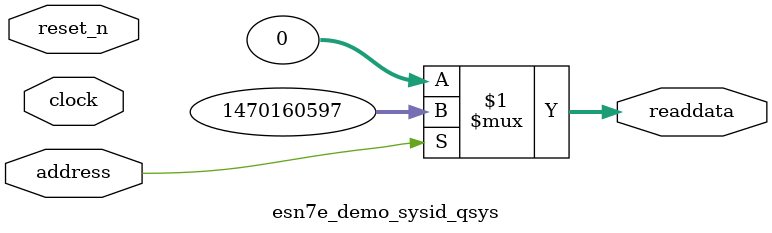
<source format=v>

`timescale 1ns / 1ps
// synthesis translate_on

// turn off superfluous verilog processor warnings 
// altera message_level Level1 
// altera message_off 10034 10035 10036 10037 10230 10240 10030 

module esn7e_demo_sysid_qsys (
               // inputs:
                address,
                clock,
                reset_n,

               // outputs:
                readdata
             )
;

  output  [ 31: 0] readdata;
  input            address;
  input            clock;
  input            reset_n;

  wire    [ 31: 0] readdata;
  //control_slave, which is an e_avalon_slave
  assign readdata = address ? 1470160597 : 0;

endmodule




</source>
